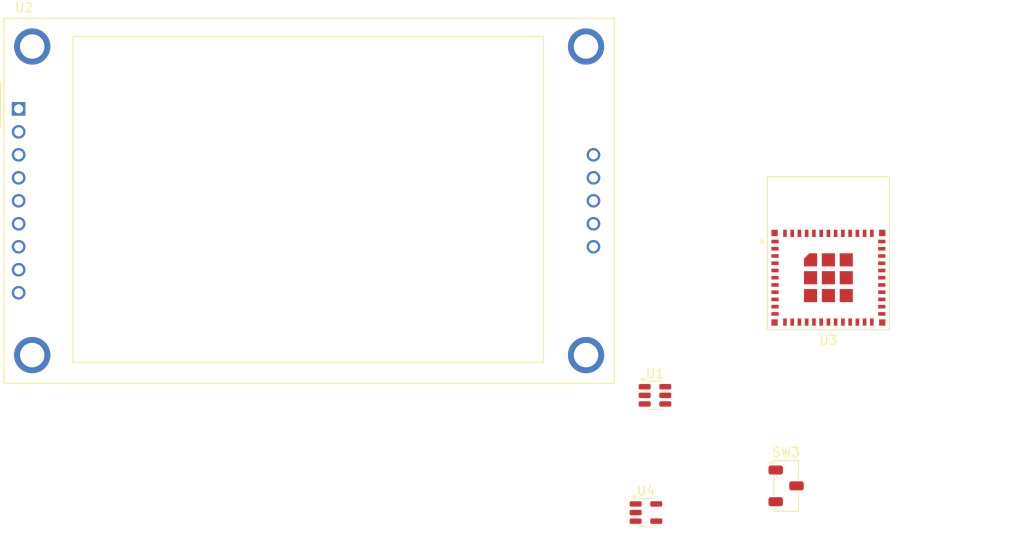
<source format=kicad_pcb>
(kicad_pcb (version 20241229) (generator "pcbnew") (generator_version "9.0")
  (layers (0 "F.Cu" signal) (2 "B.Cu" signal) (13 "F.Paste" user) (15 "B.Paste" user) (5 "F.SilkS" user "F.Silkscreen") (7 "B.SilkS" user "B.Silkscreen") (1 "F.Mask" user) (3 "B.Mask" user) (25 "Edge.Cuts" user))
  (net 0 "")
  (net 1 "Net-(SW3-B)")
  (net 6 "Net-(U2-SCK)")
  (net 7 "Net-(U2-D{slash}~{C})")
  (net 8 "Net-(U2-MOSI)")
  (net 9 "Net-(U2-SD_CS)")
  (net 10 "Net-(U2-RESET)")
  (net 11 "Net-(U2-~{CS})")
  (net 12 "Net-(U2-MISO)")
  (net 13 "Net-(U2-LED)")
  (net 30 "Net-(SW3-A)")
  (net 31 "Net-(U1-GND)")
  (net 34 "+BATT")
  (net 36 "-BATT")
  (net 37 "Net-(U3-IO12)")
  (net 38 "Net-(U3-TXD0)")
  (net 39 "Net-(U3-3V3)")
  (net 40 "Net-(U3-IO13)")
  (net 41 "Net-(U3-IO15)")
  (net 42 "Net-(U3-RXD0)")
  (net 43 "Net-(U3-IO14)")
  (footprint "RF_Module:ESP32-C6-MINI-1" (layer "F.Cu") (at 110.025 61.5)
    (property "Reference" "U3" (at 0 6.9 0) (layer "F.SilkS"))
    (property "Value" "ESP32-C6-MINI-1")
    (fp_line (start -6.75 -11.15) (end 6.75 -11.15) (stroke (width 0.12)) (layer "F.SilkS"))
    (fp_line (start -6.75 5.75) (end -6.75 -11.15) (stroke (width 0.12)) (layer "F.SilkS"))
    (fp_line (start 6.75 -11.15) (end 6.75 5.75) (stroke (width 0.12)) (layer "F.SilkS"))
    (fp_line (start 6.75 5.75) (end -6.75 5.75) (stroke (width 0.12)) (layer "F.SilkS"))
    (fp_poly (pts (xy -7.1 -4) (xy -7.436 -3.76) (xy -7.436 -4.24) (xy -7.1 -4)) (stroke (width 0.12)) (fill yes) (layer "F.SilkS"))
    (pad "1" smd rect (at -5.9 -4) (size 0.8 0.4) (layers "F.Cu" "F.Mask" "F.Paste") (net 31 "Net-(U1-GND)"))
    (pad "2" smd rect (at -5.9 -3.2) (size 0.8 0.4) (layers "F.Cu" "F.Mask" "F.Paste") (net 31 "Net-(U1-GND)"))
    (pad "3" smd rect (at -5.9 -2.4) (size 0.8 0.4) (layers "F.Cu" "F.Mask" "F.Paste") (net 39 "Net-(U3-3V3)"))
    (pad "4" smd rect (at -5.9 -1.6) (size 0.8 0.4) (layers "F.Cu" "F.Mask" "F.Paste"))
    (pad "5" smd rect (at -5.9 -0.8) (size 0.8 0.4) (layers "F.Cu" "F.Mask" "F.Paste") (net 9 "Net-(U2-SD_CS)"))
    (pad "6" smd rect (at -5.9 0) (size 0.8 0.4) (layers "F.Cu" "F.Mask" "F.Paste") (net 7 "Net-(U2-D{slash}~{C})"))
    (pad "7" smd rect (at -5.9 0.8) (size 0.8 0.4) (layers "F.Cu" "F.Mask" "F.Paste"))
    (pad "8" smd rect (at -5.9 1.6) (size 0.8 0.4) (layers "F.Cu" "F.Mask" "F.Paste"))
    (pad "9" smd rect (at -5.9 2.4) (size 0.8 0.4) (layers "F.Cu" "F.Mask" "F.Paste") (net 11 "Net-(U2-~{CS})"))
    (pad "10" smd rect (at -5.9 3.2) (size 0.8 0.4) (layers "F.Cu" "F.Mask" "F.Paste") (net 8 "Net-(U2-MOSI)"))
    (pad "11" smd rect (at -5.9 4) (size 0.8 0.4) (layers "F.Cu" "F.Mask" "F.Paste") (net 31 "Net-(U1-GND)"))
    (pad "12" smd rect (at -4.8 4.9 90) (size 0.8 0.4) (layers "F.Cu" "F.Mask" "F.Paste"))
    (pad "13" smd rect (at -4 4.9 90) (size 0.8 0.4) (layers "F.Cu" "F.Mask" "F.Paste"))
    (pad "14" smd rect (at -3.2 4.9 90) (size 0.8 0.4) (layers "F.Cu" "F.Mask" "F.Paste") (net 31 "Net-(U1-GND)"))
    (pad "15" smd rect (at -2.4 4.9 90) (size 0.8 0.4) (layers "F.Cu" "F.Mask" "F.Paste") (net 12 "Net-(U2-MISO)"))
    (pad "16" smd rect (at -1.6 4.9 90) (size 0.8 0.4) (layers "F.Cu" "F.Mask" "F.Paste") (net 6 "Net-(U2-SCK)"))
    (pad "17" smd rect (at -0.8 4.9 90) (size 0.8 0.4) (layers "F.Cu" "F.Mask" "F.Paste") (net 37 "Net-(U3-IO12)"))
    (pad "18" smd rect (at 0 4.9 90) (size 0.8 0.4) (layers "F.Cu" "F.Mask" "F.Paste") (net 40 "Net-(U3-IO13)"))
    (pad "19" smd rect (at 0.8 4.9 90) (size 0.8 0.4) (layers "F.Cu" "F.Mask" "F.Paste") (net 43 "Net-(U3-IO14)"))
    (pad "20" smd rect (at 1.6 4.9 90) (size 0.8 0.4) (layers "F.Cu" "F.Mask" "F.Paste") (net 41 "Net-(U3-IO15)"))
    (pad "21" smd rect (at 2.4 4.9 90) (size 0.8 0.4) (layers "F.Cu" "F.Mask" "F.Paste"))
    (pad "22" smd rect (at 3.2 4.9 90) (size 0.8 0.4) (layers "F.Cu" "F.Mask" "F.Paste") (net 13 "Net-(U2-LED)"))
    (pad "23" smd rect (at 4 4.9 90) (size 0.8 0.4) (layers "F.Cu" "F.Mask" "F.Paste") (net 10 "Net-(U2-RESET)"))
    (pad "24" smd rect (at 4.8 4.9 90) (size 0.8 0.4) (layers "F.Cu" "F.Mask" "F.Paste"))
    (pad "25" smd rect (at 5.9 4) (size 0.8 0.4) (layers "F.Cu" "F.Mask" "F.Paste"))
    (pad "26" smd rect (at 5.9 3.2) (size 0.8 0.4) (layers "F.Cu" "F.Mask" "F.Paste"))
    (pad "27" smd rect (at 5.9 2.4) (size 0.8 0.4) (layers "F.Cu" "F.Mask" "F.Paste"))
    (pad "28" smd rect (at 5.9 1.6) (size 0.8 0.4) (layers "F.Cu" "F.Mask" "F.Paste"))
    (pad "29" smd rect (at 5.9 0.8) (size 0.8 0.4) (layers "F.Cu" "F.Mask" "F.Paste"))
    (pad "30" smd rect (at 5.9 0) (size 0.8 0.4) (layers "F.Cu" "F.Mask" "F.Paste") (net 42 "Net-(U3-RXD0)"))
    (pad "31" smd rect (at 5.9 -0.8) (size 0.8 0.4) (layers "F.Cu" "F.Mask" "F.Paste") (net 38 "Net-(U3-TXD0)"))
    (pad "32" smd rect (at 5.9 -1.6) (size 0.8 0.4) (layers "F.Cu" "F.Mask" "F.Paste"))
    (pad "33" smd rect (at 5.9 -2.4) (size 0.8 0.4) (layers "F.Cu" "F.Mask" "F.Paste"))
    (pad "34" smd rect (at 5.9 -3.2) (size 0.8 0.4) (layers "F.Cu" "F.Mask" "F.Paste"))
    (pad "35" smd rect (at 5.9 -4) (size 0.8 0.4) (layers "F.Cu" "F.Mask" "F.Paste"))
    (pad "36" smd rect (at 4.8 -4.9 90) (size 0.8 0.4) (layers "F.Cu" "F.Mask" "F.Paste") (net 31 "Net-(U1-GND)"))
    (pad "37" smd rect (at 4 -4.9 90) (size 0.8 0.4) (layers "F.Cu" "F.Mask" "F.Paste") (net 31 "Net-(U1-GND)"))
    (pad "38" smd rect (at 3.2 -4.9 90) (size 0.8 0.4) (layers "F.Cu" "F.Mask" "F.Paste") (net 31 "Net-(U1-GND)"))
    (pad "39" smd rect (at 2.4 -4.9 90) (size 0.8 0.4) (layers "F.Cu" "F.Mask" "F.Paste") (net 31 "Net-(U1-GND)"))
    (pad "40" smd rect (at 1.6 -4.9 90) (size 0.8 0.4) (layers "F.Cu" "F.Mask" "F.Paste") (net 31 "Net-(U1-GND)"))
    (pad "41" smd rect (at 0.8 -4.9 90) (size 0.8 0.4) (layers "F.Cu" "F.Mask" "F.Paste") (net 31 "Net-(U1-GND)"))
    (pad "42" smd rect (at 0 -4.9 90) (size 0.8 0.4) (layers "F.Cu" "F.Mask" "F.Paste") (net 31 "Net-(U1-GND)"))
    (pad "43" smd rect (at -0.8 -4.9 90) (size 0.8 0.4) (layers "F.Cu" "F.Mask" "F.Paste") (net 31 "Net-(U1-GND)"))
    (pad "44" smd rect (at -1.6 -4.9 90) (size 0.8 0.4) (layers "F.Cu" "F.Mask" "F.Paste") (net 31 "Net-(U1-GND)"))
    (pad "45" smd rect (at -2.4 -4.9 90) (size 0.8 0.4) (layers "F.Cu" "F.Mask" "F.Paste") (net 31 "Net-(U1-GND)"))
    (pad "46" smd rect (at -3.2 -4.9 90) (size 0.8 0.4) (layers "F.Cu" "F.Mask" "F.Paste") (net 31 "Net-(U1-GND)"))
    (pad "47" smd rect (at -4 -4.9 90) (size 0.8 0.4) (layers "F.Cu" "F.Mask" "F.Paste") (net 31 "Net-(U1-GND)"))
    (pad "48" smd rect (at -4.8 -4.9 90) (size 0.8 0.4) (layers "F.Cu" "F.Mask" "F.Paste") (net 31 "Net-(U1-GND)"))
    (pad "49" smd roundrect (at -1.975 -1.975) (size 1.45 1.45) (property pad_prop_heatsink) (layers "F.Cu" "F.Mask" "F.Paste") (roundrect_rratio 0) (chamfer_ratio 0.41) (chamfer top_left) (net 31 "Net-(U1-GND)"))
    (pad "49" smd rect (at -1.975 0) (size 1.45 1.45) (property pad_prop_heatsink) (layers "F.Cu" "F.Mask" "F.Paste") (net 31 "Net-(U1-GND)"))
    (pad "49" smd rect (at -1.975 1.975) (size 1.45 1.45) (property pad_prop_heatsink) (layers "F.Cu" "F.Mask" "F.Paste") (net 31 "Net-(U1-GND)"))
    (pad "49" smd rect (at 0 -1.975) (size 1.45 1.45) (property pad_prop_heatsink) (layers "F.Cu" "F.Mask" "F.Paste") (net 31 "Net-(U1-GND)"))
    (pad "49" smd rect (at 0 0) (size 1.45 1.45) (property pad_prop_heatsink) (layers "F.Cu" "F.Mask" "F.Paste") (net 31 "Net-(U1-GND)"))
    (pad "49" smd rect (at 0 1.975) (size 1.45 1.45) (property pad_prop_heatsink) (layers "F.Cu" "F.Mask" "F.Paste") (net 31 "Net-(U1-GND)"))
    (pad "49" smd rect (at 1.975 -1.975) (size 1.45 1.45) (property pad_prop_heatsink) (layers "F.Cu" "F.Mask" "F.Paste") (net 31 "Net-(U1-GND)"))
    (pad "49" smd rect (at 1.975 0) (size 1.45 1.45) (property pad_prop_heatsink) (layers "F.Cu" "F.Mask" "F.Paste") (net 31 "Net-(U1-GND)"))
    (pad "49" smd rect (at 1.975 1.975) (size 1.45 1.45) (property pad_prop_heatsink) (layers "F.Cu" "F.Mask" "F.Paste") (net 31 "Net-(U1-GND)"))
    (pad "50" smd rect (at 5.95 -4.95) (size 0.7 0.7) (layers "F.Cu" "F.Mask" "F.Paste") (net 31 "Net-(U1-GND)"))
    (pad "51" smd rect (at 5.95 4.95) (size 0.7 0.7) (layers "F.Cu" "F.Mask" "F.Paste") (net 31 "Net-(U1-GND)"))
    (pad "52" smd rect (at -5.95 4.95) (size 0.7 0.7) (layers "F.Cu" "F.Mask" "F.Paste") (net 31 "Net-(U1-GND)"))
    (pad "53" smd rect (at -5.95 -4.95) (size 0.7 0.7) (layers "F.Cu" "F.Mask" "F.Paste") (net 31 "Net-(U1-GND)"))
  )
  (footprint "Display:CR2013-MI2120" (layer "F.Cu") (at 20.5425 42.84)
    (property "Reference" "U2" (at 0.59 -11.18 0) (layer "F.SilkS"))
    (property "Value" "CR2013-MI2120")
    (fp_line (start -2 -3) (end -2 2) (stroke (width 0.12)) (layer "F.SilkS"))
    (fp_line (start -1.62 -10.01) (end 65.82 -10.01) (stroke (width 0.12)) (layer "F.SilkS"))
    (fp_line (start -1.62 30.33) (end -1.62 -10.01) (stroke (width 0.12)) (layer "F.SilkS"))
    (fp_line (start 6 -8) (end 58 -8) (stroke (width 0.12)) (layer "F.SilkS"))
    (fp_line (start 6 28) (end 6 -8) (stroke (width 0.12)) (layer "F.SilkS"))
    (fp_line (start 58 -8) (end 58 28) (stroke (width 0.12)) (layer "F.SilkS"))
    (fp_line (start 58 28) (end 6 28) (stroke (width 0.12)) (layer "F.SilkS"))
    (fp_line (start 65.82 -10.01) (end 65.82 30.33) (stroke (width 0.12)) (layer "F.SilkS"))
    (fp_line (start 65.82 30.33) (end -1.62 30.33) (stroke (width 0.12)) (layer "F.SilkS"))
    (pad "" thru_hole circle (at 1.5 -6.89) (size 4 4) (drill 2.7) (layers "*.Cu" "*.Mask"))
    (pad "" thru_hole circle (at 1.5 27.21) (size 4 4) (drill 2.7) (layers "*.Cu" "*.Mask"))
    (pad "" thru_hole circle (at 62.7 -6.89) (size 4 4) (drill 2.7) (layers "*.Cu" "*.Mask"))
    (pad "" thru_hole circle (at 62.7 27.21) (size 4 4) (drill 2.7) (layers "*.Cu" "*.Mask"))
    (pad "1" thru_hole rect (at 0 0) (size 1.5 1.5) (drill 1) (layers "*.Cu" "*.Mask"))
    (pad "2" thru_hole circle (at 0 2.54) (size 1.5 1.5) (drill 1) (layers "*.Cu" "*.Mask"))
    (pad "3" thru_hole circle (at 0 5.08) (size 1.5 1.5) (drill 1) (layers "*.Cu" "*.Mask") (net 11 "Net-(U2-~{CS})"))
    (pad "4" thru_hole circle (at 0 7.62) (size 1.5 1.5) (drill 1) (layers "*.Cu" "*.Mask") (net 10 "Net-(U2-RESET)"))
    (pad "5" thru_hole circle (at 0 10.16) (size 1.5 1.5) (drill 1) (layers "*.Cu" "*.Mask") (net 7 "Net-(U2-D{slash}~{C})"))
    (pad "6" thru_hole circle (at 0 12.7) (size 1.5 1.5) (drill 1) (layers "*.Cu" "*.Mask") (net 8 "Net-(U2-MOSI)"))
    (pad "7" thru_hole circle (at 0 15.24) (size 1.5 1.5) (drill 1) (layers "*.Cu" "*.Mask") (net 6 "Net-(U2-SCK)"))
    (pad "8" thru_hole circle (at 0 17.78) (size 1.5 1.5) (drill 1) (layers "*.Cu" "*.Mask") (net 13 "Net-(U2-LED)"))
    (pad "9" thru_hole circle (at 0 20.32) (size 1.5 1.5) (drill 1) (layers "*.Cu" "*.Mask") (net 12 "Net-(U2-MISO)"))
    (pad "10" thru_hole circle (at 63.52 5.08) (size 1.5 1.5) (drill 1) (layers "*.Cu" "*.Mask") (net 9 "Net-(U2-SD_CS)"))
    (pad "11" thru_hole circle (at 63.52 7.62) (size 1.5 1.5) (drill 1) (layers "*.Cu" "*.Mask") (net 8 "Net-(U2-MOSI)"))
    (pad "12" thru_hole circle (at 63.52 10.16) (size 1.5 1.5) (drill 1) (layers "*.Cu" "*.Mask") (net 12 "Net-(U2-MISO)"))
    (pad "13" thru_hole circle (at 63.52 12.7) (size 1.5 1.5) (drill 1) (layers "*.Cu" "*.Mask") (net 6 "Net-(U2-SCK)"))
    (pad "14" thru_hole circle (at 63.52 15.24) (size 1.5 1.5) (drill 1) (layers "*.Cu" "*.Mask"))
  )
  (footprint "Package_TO_SOT_SMD:TSOT-23-6" (layer "F.Cu") (at 90.8625 74.5)
    (property "Reference" "U1" (at 0 -2.4 0) (layer "F.SilkS"))
    (property "Value" "TP4057")
    (fp_line (start 0 -1.56) (end -0.8 -1.56) (stroke (width 0.12)) (layer "F.SilkS"))
    (fp_line (start 0 -1.56) (end 0.8 -1.56) (stroke (width 0.12)) (layer "F.SilkS"))
    (fp_line (start 0 1.56) (end -0.8 1.56) (stroke (width 0.12)) (layer "F.SilkS"))
    (fp_line (start 0 1.56) (end 0.8 1.56) (stroke (width 0.12)) (layer "F.SilkS"))
    (fp_poly (pts (xy -1.3 -1.51) (xy -1.54 -1.84) (xy -1.06 -1.84)) (stroke (width 0.12)) (fill yes) (layer "F.SilkS"))
    (pad "1" smd roundrect (at -1.1375 -0.95) (size 1.325 0.6) (layers "F.Cu" "F.Mask" "F.Paste"))
    (pad "2" smd roundrect (at -1.1375 0) (size 1.325 0.6) (layers "F.Cu" "F.Mask" "F.Paste") (net 31 "Net-(U1-GND)"))
    (pad "3" smd roundrect (at -1.1375 0.95) (size 1.325 0.6) (layers "F.Cu" "F.Mask" "F.Paste") (net 34 "+BATT"))
    (pad "4" smd roundrect (at 1.1375 0.95) (size 1.325 0.6) (layers "F.Cu" "F.Mask" "F.Paste"))
    (pad "5" smd roundrect (at 1.1375 0) (size 1.325 0.6) (layers "F.Cu" "F.Mask" "F.Paste"))
    (pad "6" smd roundrect (at 1.1375 -0.95) (size 1.325 0.6) (layers "F.Cu" "F.Mask" "F.Paste") (net 36 "-BATT"))
  )
  (footprint "Button_Switch_SMD:Nidec_Copal_CAS-120A" (layer "F.Cu") (at 105.35 84.5)
    (property "Reference" "SW3" (at 0 -3.7 0) (layer "F.SilkS"))
    (property "Value" "SW_Nidec_CAS-120A1")
    (fp_line (start -1.36 -2.81) (end 1.36 -2.81) (stroke (width 0.12)) (layer "F.SilkS"))
    (fp_line (start -1.36 -2.55) (end -1.9 -2.55) (stroke (width 0.12)) (layer "F.SilkS"))
    (fp_line (start -1.36 -2.55) (end -1.36 -2.8) (stroke (width 0.12)) (layer "F.SilkS"))
    (fp_line (start -1.36 -0.98) (end -1.36 0.98) (stroke (width 0.12)) (layer "F.SilkS"))
    (fp_line (start -1.36 2.81) (end -1.36 2.55) (stroke (width 0.12)) (layer "F.SilkS"))
    (fp_line (start 1.35 2.81) (end -1.35 2.81) (stroke (width 0.12)) (layer "F.SilkS"))
    (fp_line (start 1.36 -2.81) (end 1.36 -0.8) (stroke (width 0.12)) (layer "F.SilkS"))
    (fp_line (start 1.36 0.8) (end 1.36 2.81) (stroke (width 0.12)) (layer "F.SilkS"))
    (pad "1" smd roundrect (at -1.15 -1.75 270) (size 1 1.6) (layers "F.Cu" "F.Mask" "F.Paste"))
    (pad "2" smd roundrect (at 1.15 0 270) (size 1 1.6) (layers "F.Cu" "F.Mask" "F.Paste") (net 1 "Net-(SW3-B)"))
    (pad "3" smd roundrect (at -1.15 1.75 270) (size 1 1.6) (layers "F.Cu" "F.Mask" "F.Paste") (net 30 "Net-(SW3-A)"))
  )
  (footprint "Package_TO_SOT_SMD:SOT-23-5" (layer "F.Cu") (at 89.8625 87.45)
    (property "Reference" "U4" (at 0 -2.4 0) (layer "F.SilkS"))
    (property "Value" "XC6220B331MR")
    (fp_line (start 0 -1.56) (end -0.8 -1.56) (stroke (width 0.12)) (layer "F.SilkS"))
    (fp_line (start 0 -1.56) (end 0.8 -1.56) (stroke (width 0.12)) (layer "F.SilkS"))
    (fp_line (start 0 1.56) (end -0.8 1.56) (stroke (width 0.12)) (layer "F.SilkS"))
    (fp_line (start 0 1.56) (end 0.8 1.56) (stroke (width 0.12)) (layer "F.SilkS"))
    (fp_poly (pts (xy -1.3 -1.51) (xy -1.54 -1.84) (xy -1.06 -1.84)) (stroke (width 0.12)) (fill yes) (layer "F.SilkS"))
    (pad "1" smd roundrect (at -1.1375 -0.95) (size 1.325 0.6) (layers "F.Cu" "F.Mask" "F.Paste") (net 1 "Net-(SW3-B)"))
    (pad "2" smd roundrect (at -1.1375 0) (size 1.325 0.6) (layers "F.Cu" "F.Mask" "F.Paste") (net 31 "Net-(U1-GND)"))
    (pad "3" smd roundrect (at -1.1375 0.95) (size 1.325 0.6) (layers "F.Cu" "F.Mask" "F.Paste") (net 30 "Net-(SW3-A)"))
    (pad "4" smd roundrect (at 1.1375 0.95) (size 1.325 0.6) (layers "F.Cu" "F.Mask" "F.Paste"))
    (pad "5" smd roundrect (at 1.1375 -0.95) (size 1.325 0.6) (layers "F.Cu" "F.Mask" "F.Paste") (net 39 "Net-(U3-3V3)"))
  )
)
</source>
